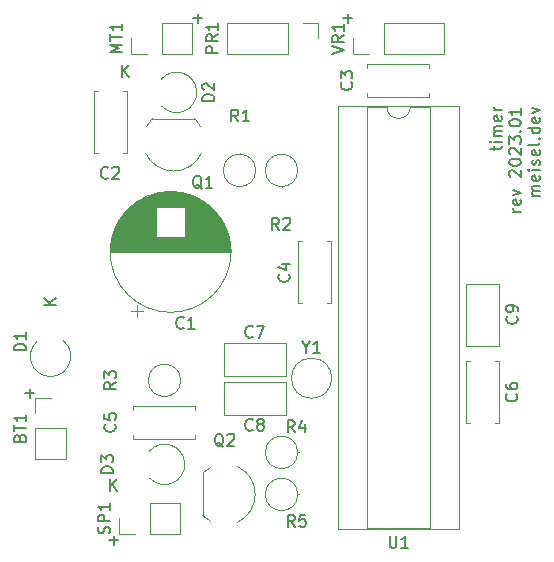
<source format=gto>
G04 #@! TF.GenerationSoftware,KiCad,Pcbnew,(6.0.10-0)*
G04 #@! TF.CreationDate,2023-01-23T21:40:21-08:00*
G04 #@! TF.ProjectId,timer,74696d65-722e-46b6-9963-61645f706362,rev?*
G04 #@! TF.SameCoordinates,Original*
G04 #@! TF.FileFunction,Legend,Top*
G04 #@! TF.FilePolarity,Positive*
%FSLAX46Y46*%
G04 Gerber Fmt 4.6, Leading zero omitted, Abs format (unit mm)*
G04 Created by KiCad (PCBNEW (6.0.10-0)) date 2023-01-23 21:40:21*
%MOMM*%
%LPD*%
G01*
G04 APERTURE LIST*
%ADD10C,0.150000*%
%ADD11C,0.200000*%
%ADD12C,0.120000*%
%ADD13C,3.000000*%
%ADD14R,1.600000X1.600000*%
%ADD15O,1.600000X1.600000*%
%ADD16C,1.000000*%
%ADD17C,1.600000*%
%ADD18R,2.200000X2.200000*%
%ADD19O,2.200000X2.200000*%
%ADD20R,1.700000X1.700000*%
%ADD21O,1.700000X1.700000*%
%ADD22R,2.000000X2.000000*%
%ADD23C,2.000000*%
%ADD24R,1.500000X1.500000*%
%ADD25C,1.500000*%
G04 APERTURE END LIST*
D10*
X150495047Y-70683428D02*
X151256952Y-70683428D01*
X150876000Y-71064380D02*
X150876000Y-70302476D01*
X130683047Y-114879428D02*
X131444952Y-114879428D01*
X131064000Y-115260380D02*
X131064000Y-114498476D01*
X137795047Y-70683428D02*
X138556952Y-70683428D01*
X138176000Y-71064380D02*
X138176000Y-70302476D01*
D11*
X163275717Y-81869897D02*
X163275717Y-81488945D01*
X162942385Y-81727040D02*
X163799526Y-81727040D01*
X163894764Y-81679421D01*
X163942383Y-81584183D01*
X163942383Y-81488945D01*
X163942383Y-81155612D02*
X163275717Y-81155612D01*
X162942385Y-81155612D02*
X162990004Y-81203231D01*
X163037622Y-81155612D01*
X162990004Y-81107994D01*
X162942385Y-81155612D01*
X163037622Y-81155612D01*
X163942383Y-80679423D02*
X163275717Y-80679423D01*
X163370955Y-80679423D02*
X163323336Y-80631804D01*
X163275717Y-80536566D01*
X163275717Y-80393709D01*
X163323336Y-80298471D01*
X163418574Y-80250852D01*
X163942383Y-80250852D01*
X163418574Y-80250852D02*
X163323336Y-80203233D01*
X163275717Y-80107996D01*
X163275717Y-79965139D01*
X163323336Y-79869901D01*
X163418574Y-79822282D01*
X163942383Y-79822282D01*
X163894764Y-78965141D02*
X163942383Y-79060379D01*
X163942383Y-79250854D01*
X163894764Y-79346092D01*
X163799526Y-79393711D01*
X163418574Y-79393711D01*
X163323336Y-79346092D01*
X163275717Y-79250854D01*
X163275717Y-79060379D01*
X163323336Y-78965141D01*
X163418574Y-78917522D01*
X163513812Y-78917522D01*
X163609050Y-79393711D01*
X163942383Y-78488951D02*
X163275717Y-78488951D01*
X163466193Y-78488951D02*
X163370955Y-78441332D01*
X163323336Y-78393713D01*
X163275717Y-78298475D01*
X163275717Y-78203237D01*
X165552380Y-87060363D02*
X164885714Y-87060363D01*
X165076190Y-87060363D02*
X164980952Y-87012744D01*
X164933333Y-86965125D01*
X164885714Y-86869887D01*
X164885714Y-86774649D01*
X165504761Y-86060365D02*
X165552380Y-86155602D01*
X165552380Y-86346078D01*
X165504761Y-86441316D01*
X165409523Y-86488935D01*
X165028571Y-86488935D01*
X164933333Y-86441316D01*
X164885714Y-86346078D01*
X164885714Y-86155602D01*
X164933333Y-86060365D01*
X165028571Y-86012746D01*
X165123809Y-86012746D01*
X165219047Y-86488935D01*
X164885714Y-85679413D02*
X165552380Y-85441318D01*
X164885714Y-85203223D01*
X164647619Y-84107988D02*
X164600001Y-84060369D01*
X164552382Y-83965131D01*
X164552382Y-83727036D01*
X164600001Y-83631798D01*
X164647619Y-83584179D01*
X164742857Y-83536560D01*
X164838095Y-83536560D01*
X164980952Y-83584179D01*
X165552380Y-84155606D01*
X165552380Y-83536560D01*
X164552382Y-82917514D02*
X164552382Y-82822276D01*
X164600001Y-82727038D01*
X164647619Y-82679419D01*
X164742857Y-82631800D01*
X164933333Y-82584181D01*
X165171428Y-82584181D01*
X165361904Y-82631800D01*
X165457142Y-82679419D01*
X165504761Y-82727038D01*
X165552380Y-82822276D01*
X165552380Y-82917514D01*
X165504761Y-83012752D01*
X165457142Y-83060371D01*
X165361904Y-83107990D01*
X165171428Y-83155608D01*
X164933333Y-83155608D01*
X164742857Y-83107990D01*
X164647619Y-83060371D01*
X164600001Y-83012752D01*
X164552382Y-82917514D01*
X164647619Y-82203229D02*
X164600001Y-82155610D01*
X164552382Y-82060373D01*
X164552382Y-81822278D01*
X164600001Y-81727040D01*
X164647619Y-81679421D01*
X164742857Y-81631802D01*
X164838095Y-81631802D01*
X164980952Y-81679421D01*
X165552380Y-82250848D01*
X165552380Y-81631802D01*
X164552382Y-81298469D02*
X164552382Y-80679423D01*
X164933333Y-81012756D01*
X164933333Y-80869899D01*
X164980952Y-80774661D01*
X165028571Y-80727042D01*
X165123809Y-80679423D01*
X165361904Y-80679423D01*
X165457142Y-80727042D01*
X165504761Y-80774661D01*
X165552380Y-80869899D01*
X165552380Y-81155612D01*
X165504761Y-81250850D01*
X165457142Y-81298469D01*
X165457142Y-80250852D02*
X165504761Y-80203233D01*
X165552380Y-80250852D01*
X165504761Y-80298471D01*
X165457142Y-80250852D01*
X165552380Y-80250852D01*
X164552382Y-79584187D02*
X164552382Y-79488949D01*
X164600001Y-79393711D01*
X164647619Y-79346092D01*
X164742857Y-79298473D01*
X164933333Y-79250854D01*
X165171428Y-79250854D01*
X165361904Y-79298473D01*
X165457142Y-79346092D01*
X165504761Y-79393711D01*
X165552380Y-79488949D01*
X165552380Y-79584187D01*
X165504761Y-79679425D01*
X165457142Y-79727044D01*
X165361904Y-79774663D01*
X165171428Y-79822282D01*
X164933333Y-79822282D01*
X164742857Y-79774663D01*
X164647619Y-79727044D01*
X164600001Y-79679425D01*
X164552382Y-79584187D01*
X165552380Y-78298475D02*
X165552380Y-78869903D01*
X165552380Y-78584189D02*
X164552382Y-78584189D01*
X164695238Y-78679427D01*
X164790476Y-78774665D01*
X164838095Y-78869903D01*
X167162377Y-85727032D02*
X166495711Y-85727032D01*
X166590949Y-85727032D02*
X166543330Y-85679413D01*
X166495711Y-85584175D01*
X166495711Y-85441318D01*
X166543330Y-85346080D01*
X166638568Y-85298461D01*
X167162377Y-85298461D01*
X166638568Y-85298461D02*
X166543330Y-85250842D01*
X166495711Y-85155604D01*
X166495711Y-85012748D01*
X166543330Y-84917510D01*
X166638568Y-84869891D01*
X167162377Y-84869891D01*
X167114758Y-84012750D02*
X167162377Y-84107988D01*
X167162377Y-84298463D01*
X167114758Y-84393701D01*
X167019520Y-84441320D01*
X166638568Y-84441320D01*
X166543330Y-84393701D01*
X166495711Y-84298463D01*
X166495711Y-84107988D01*
X166543330Y-84012750D01*
X166638568Y-83965131D01*
X166733806Y-83965131D01*
X166829044Y-84441320D01*
X167162377Y-83536560D02*
X166495711Y-83536560D01*
X166162379Y-83536560D02*
X166209998Y-83584179D01*
X166257616Y-83536560D01*
X166209998Y-83488941D01*
X166162379Y-83536560D01*
X166257616Y-83536560D01*
X167114758Y-83107990D02*
X167162377Y-83012752D01*
X167162377Y-82822276D01*
X167114758Y-82727038D01*
X167019520Y-82679419D01*
X166971901Y-82679419D01*
X166876663Y-82727038D01*
X166829044Y-82822276D01*
X166829044Y-82965133D01*
X166781425Y-83060371D01*
X166686187Y-83107990D01*
X166638568Y-83107990D01*
X166543330Y-83060371D01*
X166495711Y-82965133D01*
X166495711Y-82822276D01*
X166543330Y-82727038D01*
X167114758Y-81869897D02*
X167162377Y-81965135D01*
X167162377Y-82155610D01*
X167114758Y-82250848D01*
X167019520Y-82298467D01*
X166638568Y-82298467D01*
X166543330Y-82250848D01*
X166495711Y-82155610D01*
X166495711Y-81965135D01*
X166543330Y-81869897D01*
X166638568Y-81822278D01*
X166733806Y-81822278D01*
X166829044Y-82298467D01*
X167162377Y-81250850D02*
X167114758Y-81346088D01*
X167019520Y-81393707D01*
X166162379Y-81393707D01*
X167067139Y-80869899D02*
X167114758Y-80822280D01*
X167162377Y-80869899D01*
X167114758Y-80917518D01*
X167067139Y-80869899D01*
X167162377Y-80869899D01*
X167162377Y-79965139D02*
X166162379Y-79965139D01*
X167114758Y-79965139D02*
X167162377Y-80060377D01*
X167162377Y-80250852D01*
X167114758Y-80346090D01*
X167067139Y-80393709D01*
X166971901Y-80441328D01*
X166686187Y-80441328D01*
X166590949Y-80393709D01*
X166543330Y-80346090D01*
X166495711Y-80250852D01*
X166495711Y-80060377D01*
X166543330Y-79965139D01*
X167114758Y-79107998D02*
X167162377Y-79203235D01*
X167162377Y-79393711D01*
X167114758Y-79488949D01*
X167019520Y-79536568D01*
X166638568Y-79536568D01*
X166543330Y-79488949D01*
X166495711Y-79393711D01*
X166495711Y-79203235D01*
X166543330Y-79107998D01*
X166638568Y-79060379D01*
X166733806Y-79060379D01*
X166829044Y-79536568D01*
X166495711Y-78727046D02*
X167162377Y-78488951D01*
X166495711Y-78250856D01*
D10*
X123571047Y-102433428D02*
X124332952Y-102433428D01*
X123952000Y-102814380D02*
X123952000Y-102052476D01*
X154432095Y-114514380D02*
X154432095Y-115323904D01*
X154479714Y-115419142D01*
X154527333Y-115466761D01*
X154622571Y-115514380D01*
X154813047Y-115514380D01*
X154908285Y-115466761D01*
X154955904Y-115419142D01*
X155003523Y-115323904D01*
X155003523Y-114514380D01*
X156003523Y-115514380D02*
X155432095Y-115514380D01*
X155717809Y-115514380D02*
X155717809Y-114514380D01*
X155622571Y-114657238D01*
X155527333Y-114752476D01*
X155432095Y-114800095D01*
X147351809Y-98528190D02*
X147351809Y-99004380D01*
X147018476Y-98004380D02*
X147351809Y-98528190D01*
X147685142Y-98004380D01*
X148542285Y-99004380D02*
X147970857Y-99004380D01*
X148256571Y-99004380D02*
X148256571Y-98004380D01*
X148161333Y-98147238D01*
X148066095Y-98242476D01*
X147970857Y-98290095D01*
X145899142Y-92368666D02*
X145946761Y-92416285D01*
X145994380Y-92559142D01*
X145994380Y-92654380D01*
X145946761Y-92797238D01*
X145851523Y-92892476D01*
X145756285Y-92940095D01*
X145565809Y-92987714D01*
X145422952Y-92987714D01*
X145232476Y-92940095D01*
X145137238Y-92892476D01*
X145042000Y-92797238D01*
X144994380Y-92654380D01*
X144994380Y-92559142D01*
X145042000Y-92416285D01*
X145089619Y-92368666D01*
X145327714Y-91511523D02*
X145994380Y-91511523D01*
X144946761Y-91749619D02*
X145661047Y-91987714D01*
X145661047Y-91368666D01*
X165163142Y-102488666D02*
X165210761Y-102536285D01*
X165258380Y-102679142D01*
X165258380Y-102774380D01*
X165210761Y-102917238D01*
X165115523Y-103012476D01*
X165020285Y-103060095D01*
X164829809Y-103107714D01*
X164686952Y-103107714D01*
X164496476Y-103060095D01*
X164401238Y-103012476D01*
X164306000Y-102917238D01*
X164258380Y-102774380D01*
X164258380Y-102679142D01*
X164306000Y-102536285D01*
X164353619Y-102488666D01*
X164258380Y-101631523D02*
X164258380Y-101822000D01*
X164306000Y-101917238D01*
X164353619Y-101964857D01*
X164496476Y-102060095D01*
X164686952Y-102107714D01*
X165067904Y-102107714D01*
X165163142Y-102060095D01*
X165210761Y-102012476D01*
X165258380Y-101917238D01*
X165258380Y-101726761D01*
X165210761Y-101631523D01*
X165163142Y-101583904D01*
X165067904Y-101536285D01*
X164829809Y-101536285D01*
X164734571Y-101583904D01*
X164686952Y-101631523D01*
X164639333Y-101726761D01*
X164639333Y-101917238D01*
X164686952Y-102012476D01*
X164734571Y-102060095D01*
X164829809Y-102107714D01*
X130587567Y-84177142D02*
X130539948Y-84224761D01*
X130397091Y-84272380D01*
X130301853Y-84272380D01*
X130158995Y-84224761D01*
X130063757Y-84129523D01*
X130016138Y-84034285D01*
X129968519Y-83843809D01*
X129968519Y-83700952D01*
X130016138Y-83510476D01*
X130063757Y-83415238D01*
X130158995Y-83320000D01*
X130301853Y-83272380D01*
X130397091Y-83272380D01*
X130539948Y-83320000D01*
X130587567Y-83367619D01*
X130968519Y-83367619D02*
X131016138Y-83320000D01*
X131111376Y-83272380D01*
X131349472Y-83272380D01*
X131444710Y-83320000D01*
X131492329Y-83367619D01*
X131539948Y-83462857D01*
X131539948Y-83558095D01*
X131492329Y-83700952D01*
X130920900Y-84272380D01*
X131539948Y-84272380D01*
X131167142Y-105068666D02*
X131214761Y-105116285D01*
X131262380Y-105259142D01*
X131262380Y-105354380D01*
X131214761Y-105497238D01*
X131119523Y-105592476D01*
X131024285Y-105640095D01*
X130833809Y-105687714D01*
X130690952Y-105687714D01*
X130500476Y-105640095D01*
X130405238Y-105592476D01*
X130310000Y-105497238D01*
X130262380Y-105354380D01*
X130262380Y-105259142D01*
X130310000Y-105116285D01*
X130357619Y-105068666D01*
X130262380Y-104163904D02*
X130262380Y-104640095D01*
X130738571Y-104687714D01*
X130690952Y-104640095D01*
X130643333Y-104544857D01*
X130643333Y-104306761D01*
X130690952Y-104211523D01*
X130738571Y-104163904D01*
X130833809Y-104116285D01*
X131071904Y-104116285D01*
X131167142Y-104163904D01*
X131214761Y-104211523D01*
X131262380Y-104306761D01*
X131262380Y-104544857D01*
X131214761Y-104640095D01*
X131167142Y-104687714D01*
X165203142Y-95924666D02*
X165250761Y-95972285D01*
X165298380Y-96115142D01*
X165298380Y-96210380D01*
X165250761Y-96353238D01*
X165155523Y-96448476D01*
X165060285Y-96496095D01*
X164869809Y-96543714D01*
X164726952Y-96543714D01*
X164536476Y-96496095D01*
X164441238Y-96448476D01*
X164346000Y-96353238D01*
X164298380Y-96210380D01*
X164298380Y-96115142D01*
X164346000Y-95972285D01*
X164393619Y-95924666D01*
X165298380Y-95448476D02*
X165298380Y-95258000D01*
X165250761Y-95162761D01*
X165203142Y-95115142D01*
X165060285Y-95019904D01*
X164869809Y-94972285D01*
X164488857Y-94972285D01*
X164393619Y-95019904D01*
X164346000Y-95067523D01*
X164298380Y-95162761D01*
X164298380Y-95353238D01*
X164346000Y-95448476D01*
X164393619Y-95496095D01*
X164488857Y-95543714D01*
X164726952Y-95543714D01*
X164822190Y-95496095D01*
X164869809Y-95448476D01*
X164917428Y-95353238D01*
X164917428Y-95162761D01*
X164869809Y-95067523D01*
X164822190Y-95019904D01*
X164726952Y-94972285D01*
X142835333Y-105513142D02*
X142787714Y-105560761D01*
X142644857Y-105608380D01*
X142549619Y-105608380D01*
X142406761Y-105560761D01*
X142311523Y-105465523D01*
X142263904Y-105370285D01*
X142216285Y-105179809D01*
X142216285Y-105036952D01*
X142263904Y-104846476D01*
X142311523Y-104751238D01*
X142406761Y-104656000D01*
X142549619Y-104608380D01*
X142644857Y-104608380D01*
X142787714Y-104656000D01*
X142835333Y-104703619D01*
X143406761Y-105036952D02*
X143311523Y-104989333D01*
X143263904Y-104941714D01*
X143216285Y-104846476D01*
X143216285Y-104798857D01*
X143263904Y-104703619D01*
X143311523Y-104656000D01*
X143406761Y-104608380D01*
X143597238Y-104608380D01*
X143692476Y-104656000D01*
X143740095Y-104703619D01*
X143787714Y-104798857D01*
X143787714Y-104846476D01*
X143740095Y-104941714D01*
X143692476Y-104989333D01*
X143597238Y-105036952D01*
X143406761Y-105036952D01*
X143311523Y-105084571D01*
X143263904Y-105132190D01*
X143216285Y-105227428D01*
X143216285Y-105417904D01*
X143263904Y-105513142D01*
X143311523Y-105560761D01*
X143406761Y-105608380D01*
X143597238Y-105608380D01*
X143692476Y-105560761D01*
X143740095Y-105513142D01*
X143787714Y-105417904D01*
X143787714Y-105227428D01*
X143740095Y-105132190D01*
X143692476Y-105084571D01*
X143597238Y-105036952D01*
X142835333Y-97639142D02*
X142787714Y-97686761D01*
X142644857Y-97734380D01*
X142549619Y-97734380D01*
X142406761Y-97686761D01*
X142311523Y-97591523D01*
X142263904Y-97496285D01*
X142216285Y-97305809D01*
X142216285Y-97162952D01*
X142263904Y-96972476D01*
X142311523Y-96877238D01*
X142406761Y-96782000D01*
X142549619Y-96734380D01*
X142644857Y-96734380D01*
X142787714Y-96782000D01*
X142835333Y-96829619D01*
X143168666Y-96734380D02*
X143835333Y-96734380D01*
X143406761Y-97734380D01*
X139588614Y-77700095D02*
X138588614Y-77700095D01*
X138588614Y-77462000D01*
X138636234Y-77319142D01*
X138731472Y-77223904D01*
X138826710Y-77176285D01*
X139017186Y-77128666D01*
X139160043Y-77128666D01*
X139350519Y-77176285D01*
X139445757Y-77223904D01*
X139540995Y-77319142D01*
X139588614Y-77462000D01*
X139588614Y-77700095D01*
X138683853Y-76747714D02*
X138636234Y-76700095D01*
X138588614Y-76604857D01*
X138588614Y-76366761D01*
X138636234Y-76271523D01*
X138683853Y-76223904D01*
X138779091Y-76176285D01*
X138874329Y-76176285D01*
X139017186Y-76223904D01*
X139588614Y-76795333D01*
X139588614Y-76176285D01*
X131762329Y-75636380D02*
X131762329Y-74636380D01*
X132333757Y-75636380D02*
X131905186Y-75064952D01*
X132333757Y-74636380D02*
X131762329Y-75207809D01*
X131008380Y-109196095D02*
X130008380Y-109196095D01*
X130008380Y-108958000D01*
X130056000Y-108815142D01*
X130151238Y-108719904D01*
X130246476Y-108672285D01*
X130436952Y-108624666D01*
X130579809Y-108624666D01*
X130770285Y-108672285D01*
X130865523Y-108719904D01*
X130960761Y-108815142D01*
X131008380Y-108958000D01*
X131008380Y-109196095D01*
X130008380Y-108291333D02*
X130008380Y-107672285D01*
X130389333Y-108005619D01*
X130389333Y-107862761D01*
X130436952Y-107767523D01*
X130484571Y-107719904D01*
X130579809Y-107672285D01*
X130817904Y-107672285D01*
X130913142Y-107719904D01*
X130960761Y-107767523D01*
X131008380Y-107862761D01*
X131008380Y-108148476D01*
X130960761Y-108243714D01*
X130913142Y-108291333D01*
X130802095Y-110688380D02*
X130802095Y-109688380D01*
X131373523Y-110688380D02*
X130944952Y-110116952D01*
X131373523Y-109688380D02*
X130802095Y-110259809D01*
X131770380Y-73580476D02*
X130770380Y-73580476D01*
X131484666Y-73247142D01*
X130770380Y-72913809D01*
X131770380Y-72913809D01*
X130770380Y-72580476D02*
X130770380Y-72009047D01*
X131770380Y-72294761D02*
X130770380Y-72294761D01*
X131770380Y-71151904D02*
X131770380Y-71723333D01*
X131770380Y-71437619D02*
X130770380Y-71437619D01*
X130913238Y-71532857D01*
X131008476Y-71628095D01*
X131056095Y-71723333D01*
X139898380Y-73628095D02*
X138898380Y-73628095D01*
X138898380Y-73247142D01*
X138946000Y-73151904D01*
X138993619Y-73104285D01*
X139088857Y-73056666D01*
X139231714Y-73056666D01*
X139326952Y-73104285D01*
X139374571Y-73151904D01*
X139422190Y-73247142D01*
X139422190Y-73628095D01*
X139898380Y-72056666D02*
X139422190Y-72390000D01*
X139898380Y-72628095D02*
X138898380Y-72628095D01*
X138898380Y-72247142D01*
X138946000Y-72151904D01*
X138993619Y-72104285D01*
X139088857Y-72056666D01*
X139231714Y-72056666D01*
X139326952Y-72104285D01*
X139374571Y-72151904D01*
X139422190Y-72247142D01*
X139422190Y-72628095D01*
X139898380Y-71104285D02*
X139898380Y-71675714D01*
X139898380Y-71390000D02*
X138898380Y-71390000D01*
X139041238Y-71485238D01*
X139136476Y-71580476D01*
X139184095Y-71675714D01*
X145065567Y-88590380D02*
X144732234Y-88114190D01*
X144494138Y-88590380D02*
X144494138Y-87590380D01*
X144875091Y-87590380D01*
X144970329Y-87638000D01*
X145017948Y-87685619D01*
X145065567Y-87780857D01*
X145065567Y-87923714D01*
X145017948Y-88018952D01*
X144970329Y-88066571D01*
X144875091Y-88114190D01*
X144494138Y-88114190D01*
X145446519Y-87685619D02*
X145494138Y-87638000D01*
X145589376Y-87590380D01*
X145827472Y-87590380D01*
X145922710Y-87638000D01*
X145970329Y-87685619D01*
X146017948Y-87780857D01*
X146017948Y-87876095D01*
X145970329Y-88018952D01*
X145398900Y-88590380D01*
X146017948Y-88590380D01*
X146391333Y-113736380D02*
X146058000Y-113260190D01*
X145819904Y-113736380D02*
X145819904Y-112736380D01*
X146200857Y-112736380D01*
X146296095Y-112784000D01*
X146343714Y-112831619D01*
X146391333Y-112926857D01*
X146391333Y-113069714D01*
X146343714Y-113164952D01*
X146296095Y-113212571D01*
X146200857Y-113260190D01*
X145819904Y-113260190D01*
X147296095Y-112736380D02*
X146819904Y-112736380D01*
X146772285Y-113212571D01*
X146819904Y-113164952D01*
X146915142Y-113117333D01*
X147153238Y-113117333D01*
X147248476Y-113164952D01*
X147296095Y-113212571D01*
X147343714Y-113307809D01*
X147343714Y-113545904D01*
X147296095Y-113641142D01*
X147248476Y-113688761D01*
X147153238Y-113736380D01*
X146915142Y-113736380D01*
X146819904Y-113688761D01*
X146772285Y-113641142D01*
X130706761Y-114291904D02*
X130754380Y-114149047D01*
X130754380Y-113910952D01*
X130706761Y-113815714D01*
X130659142Y-113768095D01*
X130563904Y-113720476D01*
X130468666Y-113720476D01*
X130373428Y-113768095D01*
X130325809Y-113815714D01*
X130278190Y-113910952D01*
X130230571Y-114101428D01*
X130182952Y-114196666D01*
X130135333Y-114244285D01*
X130040095Y-114291904D01*
X129944857Y-114291904D01*
X129849619Y-114244285D01*
X129802000Y-114196666D01*
X129754380Y-114101428D01*
X129754380Y-113863333D01*
X129802000Y-113720476D01*
X130754380Y-113291904D02*
X129754380Y-113291904D01*
X129754380Y-112910952D01*
X129802000Y-112815714D01*
X129849619Y-112768095D01*
X129944857Y-112720476D01*
X130087714Y-112720476D01*
X130182952Y-112768095D01*
X130230571Y-112815714D01*
X130278190Y-112910952D01*
X130278190Y-113291904D01*
X130754380Y-111768095D02*
X130754380Y-112339523D01*
X130754380Y-112053809D02*
X129754380Y-112053809D01*
X129897238Y-112149047D01*
X129992476Y-112244285D01*
X130040095Y-112339523D01*
X149566380Y-73699523D02*
X150566380Y-73366190D01*
X149566380Y-73032857D01*
X150566380Y-72128095D02*
X150090190Y-72461428D01*
X150566380Y-72699523D02*
X149566380Y-72699523D01*
X149566380Y-72318571D01*
X149614000Y-72223333D01*
X149661619Y-72175714D01*
X149756857Y-72128095D01*
X149899714Y-72128095D01*
X149994952Y-72175714D01*
X150042571Y-72223333D01*
X150090190Y-72318571D01*
X150090190Y-72699523D01*
X150566380Y-71175714D02*
X150566380Y-71747142D01*
X150566380Y-71461428D02*
X149566380Y-71461428D01*
X149709238Y-71556666D01*
X149804476Y-71651904D01*
X149852095Y-71747142D01*
X123118571Y-106195714D02*
X123166190Y-106052857D01*
X123213809Y-106005238D01*
X123309047Y-105957619D01*
X123451904Y-105957619D01*
X123547142Y-106005238D01*
X123594761Y-106052857D01*
X123642380Y-106148095D01*
X123642380Y-106529047D01*
X122642380Y-106529047D01*
X122642380Y-106195714D01*
X122690000Y-106100476D01*
X122737619Y-106052857D01*
X122832857Y-106005238D01*
X122928095Y-106005238D01*
X123023333Y-106052857D01*
X123070952Y-106100476D01*
X123118571Y-106195714D01*
X123118571Y-106529047D01*
X122642380Y-105671904D02*
X122642380Y-105100476D01*
X123642380Y-105386190D02*
X122642380Y-105386190D01*
X123642380Y-104243333D02*
X123642380Y-104814761D01*
X123642380Y-104529047D02*
X122642380Y-104529047D01*
X122785238Y-104624285D01*
X122880476Y-104719523D01*
X122928095Y-104814761D01*
X136993333Y-96877142D02*
X136945714Y-96924761D01*
X136802857Y-96972380D01*
X136707619Y-96972380D01*
X136564761Y-96924761D01*
X136469523Y-96829523D01*
X136421904Y-96734285D01*
X136374285Y-96543809D01*
X136374285Y-96400952D01*
X136421904Y-96210476D01*
X136469523Y-96115238D01*
X136564761Y-96020000D01*
X136707619Y-95972380D01*
X136802857Y-95972380D01*
X136945714Y-96020000D01*
X136993333Y-96067619D01*
X137945714Y-96972380D02*
X137374285Y-96972380D01*
X137660000Y-96972380D02*
X137660000Y-95972380D01*
X137564761Y-96115238D01*
X137469523Y-96210476D01*
X137374285Y-96258095D01*
X138532995Y-85129619D02*
X138437757Y-85082000D01*
X138342519Y-84986761D01*
X138199662Y-84843904D01*
X138104424Y-84796285D01*
X138009186Y-84796285D01*
X138056805Y-85034380D02*
X137961567Y-84986761D01*
X137866329Y-84891523D01*
X137818710Y-84701047D01*
X137818710Y-84367714D01*
X137866329Y-84177238D01*
X137961567Y-84082000D01*
X138056805Y-84034380D01*
X138247281Y-84034380D01*
X138342519Y-84082000D01*
X138437757Y-84177238D01*
X138485376Y-84367714D01*
X138485376Y-84701047D01*
X138437757Y-84891523D01*
X138342519Y-84986761D01*
X138247281Y-85034380D01*
X138056805Y-85034380D01*
X139437757Y-85034380D02*
X138866329Y-85034380D01*
X139152043Y-85034380D02*
X139152043Y-84034380D01*
X139056805Y-84177238D01*
X138961567Y-84272476D01*
X138866329Y-84320095D01*
X140366761Y-106973619D02*
X140271523Y-106926000D01*
X140176285Y-106830761D01*
X140033428Y-106687904D01*
X139938190Y-106640285D01*
X139842952Y-106640285D01*
X139890571Y-106878380D02*
X139795333Y-106830761D01*
X139700095Y-106735523D01*
X139652476Y-106545047D01*
X139652476Y-106211714D01*
X139700095Y-106021238D01*
X139795333Y-105926000D01*
X139890571Y-105878380D01*
X140081047Y-105878380D01*
X140176285Y-105926000D01*
X140271523Y-106021238D01*
X140319142Y-106211714D01*
X140319142Y-106545047D01*
X140271523Y-106735523D01*
X140176285Y-106830761D01*
X140081047Y-106878380D01*
X139890571Y-106878380D01*
X140700095Y-105973619D02*
X140747714Y-105926000D01*
X140842952Y-105878380D01*
X141081047Y-105878380D01*
X141176285Y-105926000D01*
X141223904Y-105973619D01*
X141271523Y-106068857D01*
X141271523Y-106164095D01*
X141223904Y-106306952D01*
X140652476Y-106878380D01*
X141271523Y-106878380D01*
X146391333Y-105735380D02*
X146058000Y-105259190D01*
X145819904Y-105735380D02*
X145819904Y-104735380D01*
X146200857Y-104735380D01*
X146296095Y-104783000D01*
X146343714Y-104830619D01*
X146391333Y-104925857D01*
X146391333Y-105068714D01*
X146343714Y-105163952D01*
X146296095Y-105211571D01*
X146200857Y-105259190D01*
X145819904Y-105259190D01*
X147248476Y-105068714D02*
X147248476Y-105735380D01*
X147010380Y-104687761D02*
X146772285Y-105402047D01*
X147391333Y-105402047D01*
X151193142Y-76112666D02*
X151240761Y-76160285D01*
X151288380Y-76303142D01*
X151288380Y-76398380D01*
X151240761Y-76541238D01*
X151145523Y-76636476D01*
X151050285Y-76684095D01*
X150859809Y-76731714D01*
X150716952Y-76731714D01*
X150526476Y-76684095D01*
X150431238Y-76636476D01*
X150336000Y-76541238D01*
X150288380Y-76398380D01*
X150288380Y-76303142D01*
X150336000Y-76160285D01*
X150383619Y-76112666D01*
X150288380Y-75779333D02*
X150288380Y-75160285D01*
X150669333Y-75493619D01*
X150669333Y-75350761D01*
X150716952Y-75255523D01*
X150764571Y-75207904D01*
X150859809Y-75160285D01*
X151097904Y-75160285D01*
X151193142Y-75207904D01*
X151240761Y-75255523D01*
X151288380Y-75350761D01*
X151288380Y-75636476D01*
X151240761Y-75731714D01*
X151193142Y-75779333D01*
X131262380Y-101512666D02*
X130786190Y-101846000D01*
X131262380Y-102084095D02*
X130262380Y-102084095D01*
X130262380Y-101703142D01*
X130310000Y-101607904D01*
X130357619Y-101560285D01*
X130452857Y-101512666D01*
X130595714Y-101512666D01*
X130690952Y-101560285D01*
X130738571Y-101607904D01*
X130786190Y-101703142D01*
X130786190Y-102084095D01*
X130262380Y-101179333D02*
X130262380Y-100560285D01*
X130643333Y-100893619D01*
X130643333Y-100750761D01*
X130690952Y-100655523D01*
X130738571Y-100607904D01*
X130833809Y-100560285D01*
X131071904Y-100560285D01*
X131167142Y-100607904D01*
X131214761Y-100655523D01*
X131262380Y-100750761D01*
X131262380Y-101036476D01*
X131214761Y-101131714D01*
X131167142Y-101179333D01*
X141621099Y-79417380D02*
X141287766Y-78941190D01*
X141049670Y-79417380D02*
X141049670Y-78417380D01*
X141430623Y-78417380D01*
X141525861Y-78465000D01*
X141573480Y-78512619D01*
X141621099Y-78607857D01*
X141621099Y-78750714D01*
X141573480Y-78845952D01*
X141525861Y-78893571D01*
X141430623Y-78941190D01*
X141049670Y-78941190D01*
X142573480Y-79417380D02*
X142002051Y-79417380D01*
X142287766Y-79417380D02*
X142287766Y-78417380D01*
X142192527Y-78560238D01*
X142097289Y-78655476D01*
X142002051Y-78703095D01*
X123642380Y-98800544D02*
X122642380Y-98800544D01*
X122642380Y-98562449D01*
X122690000Y-98419591D01*
X122785238Y-98324353D01*
X122880476Y-98276734D01*
X123070952Y-98229115D01*
X123213809Y-98229115D01*
X123404285Y-98276734D01*
X123499523Y-98324353D01*
X123594761Y-98419591D01*
X123642380Y-98562449D01*
X123642380Y-98800544D01*
X123642380Y-97276734D02*
X123642380Y-97848163D01*
X123642380Y-97562449D02*
X122642380Y-97562449D01*
X122785238Y-97657687D01*
X122880476Y-97752925D01*
X122928095Y-97848163D01*
X126182380Y-94935904D02*
X125182380Y-94935904D01*
X126182380Y-94364476D02*
X125610952Y-94793047D01*
X125182380Y-94364476D02*
X125753809Y-94935904D01*
D12*
X160334000Y-113912000D02*
X160334000Y-78112000D01*
X152544000Y-78172000D02*
X152544000Y-113852000D01*
X157844000Y-113852000D02*
X157844000Y-78172000D01*
X150054000Y-78112000D02*
X150054000Y-113912000D01*
X152544000Y-113852000D02*
X157844000Y-113852000D01*
X154194000Y-78172000D02*
X152544000Y-78172000D01*
X160334000Y-78112000D02*
X150054000Y-78112000D01*
X157844000Y-78172000D02*
X156194000Y-78172000D01*
X150054000Y-113912000D02*
X160334000Y-113912000D01*
X154194000Y-78172000D02*
G75*
G03*
X156194000Y-78172000I1000000J0D01*
G01*
X147828000Y-99458000D02*
G75*
G03*
X147828000Y-102858000I0J-1700000D01*
G01*
X147828000Y-102858000D02*
G75*
G03*
X147828000Y-99458000I0J1700000D01*
G01*
X149452000Y-94822000D02*
X149452000Y-89582000D01*
X149137000Y-89582000D02*
X149452000Y-89582000D01*
X149137000Y-94822000D02*
X149452000Y-94822000D01*
X146712000Y-94822000D02*
X146712000Y-89582000D01*
X146712000Y-94822000D02*
X147027000Y-94822000D01*
X146712000Y-89582000D02*
X147027000Y-89582000D01*
X163676000Y-99702000D02*
X163676000Y-104942000D01*
X163676000Y-104942000D02*
X163361000Y-104942000D01*
X163676000Y-99702000D02*
X163361000Y-99702000D01*
X160936000Y-99702000D02*
X160936000Y-104942000D01*
X161251000Y-99702000D02*
X160936000Y-99702000D01*
X161251000Y-104942000D02*
X160936000Y-104942000D01*
X132180000Y-82082000D02*
X131865000Y-82082000D01*
X132180000Y-76842000D02*
X132180000Y-82082000D01*
X129440000Y-76842000D02*
X129440000Y-82082000D01*
X129755000Y-82082000D02*
X129440000Y-82082000D01*
X129755000Y-76842000D02*
X129440000Y-76842000D01*
X132180000Y-76842000D02*
X131865000Y-76842000D01*
X132722000Y-106272000D02*
X137962000Y-106272000D01*
X132722000Y-103532000D02*
X137962000Y-103532000D01*
X132722000Y-105957000D02*
X132722000Y-106272000D01*
X137962000Y-105957000D02*
X137962000Y-106272000D01*
X137962000Y-103532000D02*
X137962000Y-103847000D01*
X132722000Y-103532000D02*
X132722000Y-103847000D01*
X160936000Y-93158000D02*
X163676000Y-93158000D01*
X160936000Y-98398000D02*
X160936000Y-93158000D01*
X160936000Y-98398000D02*
X163676000Y-98398000D01*
X163676000Y-98398000D02*
X163676000Y-93158000D01*
X145642000Y-104240000D02*
X140402000Y-104240000D01*
X145642000Y-101500000D02*
X140402000Y-101500000D01*
X145642000Y-104240000D02*
X145642000Y-101500000D01*
X140402000Y-104240000D02*
X140402000Y-101500000D01*
X145642000Y-100938000D02*
X145642000Y-98198000D01*
X145642000Y-100938000D02*
X140402000Y-100938000D01*
X140402000Y-100938000D02*
X140402000Y-98198000D01*
X145642000Y-98198000D02*
X140402000Y-98198000D01*
X135146449Y-78129366D02*
G75*
G03*
X135086847Y-75862000I1251551J1167366D01*
G01*
X134130449Y-109625366D02*
G75*
G03*
X134070847Y-107358000I1251551J1167366D01*
G01*
X132528000Y-73720000D02*
X132528000Y-72390000D01*
X133858000Y-73720000D02*
X132528000Y-73720000D01*
X135128000Y-73720000D02*
X135128000Y-71060000D01*
X135128000Y-71060000D02*
X137728000Y-71060000D01*
X137728000Y-73720000D02*
X137728000Y-71060000D01*
X135128000Y-73720000D02*
X137728000Y-73720000D01*
X140656000Y-71060000D02*
X140656000Y-73720000D01*
X145796000Y-73720000D02*
X140656000Y-73720000D01*
X148396000Y-71060000D02*
X148396000Y-72390000D01*
X147066000Y-71060000D02*
X148396000Y-71060000D01*
X145796000Y-71060000D02*
X140656000Y-71060000D01*
X145796000Y-71060000D02*
X145796000Y-73720000D01*
X145288000Y-84936000D02*
X145288000Y-85006000D01*
X146658000Y-83566000D02*
G75*
G03*
X146658000Y-83566000I-1370000J0D01*
G01*
X146658000Y-110998000D02*
X146728000Y-110998000D01*
X146658000Y-110998000D02*
G75*
G03*
X146658000Y-110998000I-1370000J0D01*
G01*
X132842000Y-114360000D02*
X131512000Y-114360000D01*
X134112000Y-114360000D02*
X134112000Y-111700000D01*
X134112000Y-111700000D02*
X136712000Y-111700000D01*
X131512000Y-114360000D02*
X131512000Y-113030000D01*
X134112000Y-114360000D02*
X136712000Y-114360000D01*
X136712000Y-114360000D02*
X136712000Y-111700000D01*
X153924000Y-73720000D02*
X153924000Y-71060000D01*
X152654000Y-73720000D02*
X151324000Y-73720000D01*
X159064000Y-73720000D02*
X159064000Y-71060000D01*
X151324000Y-73720000D02*
X151324000Y-72390000D01*
X153924000Y-71060000D02*
X159064000Y-71060000D01*
X153924000Y-73720000D02*
X159064000Y-73720000D01*
X124400000Y-108010000D02*
X127060000Y-108010000D01*
X124400000Y-105410000D02*
X127060000Y-105410000D01*
X124400000Y-104140000D02*
X124400000Y-102810000D01*
X124400000Y-105410000D02*
X124400000Y-108010000D01*
X124400000Y-102810000D02*
X125730000Y-102810000D01*
X127060000Y-105410000D02*
X127060000Y-108010000D01*
X133601000Y-85903000D02*
X138179000Y-85903000D01*
X132174000Y-86983000D02*
X134649000Y-86983000D01*
X130900000Y-89503000D02*
X140880000Y-89503000D01*
X137131000Y-87783000D02*
X140213000Y-87783000D01*
X137131000Y-88543000D02*
X140597000Y-88543000D01*
X130934000Y-89343000D02*
X140846000Y-89343000D01*
X137131000Y-87463000D02*
X140000000Y-87463000D01*
X133380000Y-86023000D02*
X138400000Y-86023000D01*
X135028000Y-85423000D02*
X136752000Y-85423000D01*
X137131000Y-89023000D02*
X140764000Y-89023000D01*
X132784000Y-86423000D02*
X138996000Y-86423000D01*
X137131000Y-88183000D02*
X140435000Y-88183000D01*
X132412000Y-86743000D02*
X134649000Y-86743000D01*
X131543000Y-87823000D02*
X134649000Y-87823000D01*
X131643000Y-87663000D02*
X134649000Y-87663000D01*
X137131000Y-86983000D02*
X139606000Y-86983000D01*
X137131000Y-86823000D02*
X139451000Y-86823000D01*
X134260000Y-85623000D02*
X137520000Y-85623000D01*
X132498000Y-86663000D02*
X139282000Y-86663000D01*
X137131000Y-88743000D02*
X140673000Y-88743000D01*
X137131000Y-89143000D02*
X140797000Y-89143000D01*
X133001000Y-86263000D02*
X138779000Y-86263000D01*
X131998000Y-87183000D02*
X134649000Y-87183000D01*
X137131000Y-87103000D02*
X139714000Y-87103000D01*
X131870000Y-87343000D02*
X134649000Y-87343000D01*
X131122000Y-88703000D02*
X134649000Y-88703000D01*
X133245000Y-86103000D02*
X138535000Y-86103000D01*
X133681000Y-85863000D02*
X138099000Y-85863000D01*
X132684000Y-86503000D02*
X139096000Y-86503000D01*
X137131000Y-87823000D02*
X140237000Y-87823000D01*
X137131000Y-86903000D02*
X139530000Y-86903000D01*
X131136000Y-88663000D02*
X134649000Y-88663000D01*
X130993000Y-89103000D02*
X134649000Y-89103000D01*
X130866000Y-89703000D02*
X140914000Y-89703000D01*
X133946000Y-85743000D02*
X137834000Y-85743000D01*
X137131000Y-88143000D02*
X140415000Y-88143000D01*
X130825000Y-90064000D02*
X140955000Y-90064000D01*
X131386000Y-88103000D02*
X134649000Y-88103000D01*
X130943000Y-89303000D02*
X140837000Y-89303000D01*
X137131000Y-88063000D02*
X140373000Y-88063000D01*
X137131000Y-88863000D02*
X140714000Y-88863000D01*
X131183000Y-88543000D02*
X134649000Y-88543000D01*
X131016000Y-89023000D02*
X134649000Y-89023000D01*
X132370000Y-86783000D02*
X134649000Y-86783000D01*
X130813000Y-90264000D02*
X140967000Y-90264000D01*
X137131000Y-87303000D02*
X139879000Y-87303000D01*
X130972000Y-89183000D02*
X134649000Y-89183000D01*
X131407000Y-88063000D02*
X134649000Y-88063000D01*
X131495000Y-87903000D02*
X134649000Y-87903000D01*
X137131000Y-87983000D02*
X140330000Y-87983000D01*
X130822000Y-90104000D02*
X140958000Y-90104000D01*
X130836000Y-89944000D02*
X140944000Y-89944000D01*
X137131000Y-87223000D02*
X139815000Y-87223000D01*
X131066000Y-88863000D02*
X134649000Y-88863000D01*
X131752000Y-87503000D02*
X134649000Y-87503000D01*
X131306000Y-88263000D02*
X134649000Y-88263000D01*
X137131000Y-87583000D02*
X140084000Y-87583000D01*
X137131000Y-88103000D02*
X140394000Y-88103000D01*
X137131000Y-89183000D02*
X140808000Y-89183000D01*
X131079000Y-88823000D02*
X134649000Y-88823000D01*
X137131000Y-87383000D02*
X139940000Y-87383000D01*
X130916000Y-89423000D02*
X140864000Y-89423000D01*
X130810000Y-90424000D02*
X140970000Y-90424000D01*
X130879000Y-89623000D02*
X140901000Y-89623000D01*
X137131000Y-89103000D02*
X140787000Y-89103000D01*
X131901000Y-87303000D02*
X134649000Y-87303000D01*
X133181000Y-86143000D02*
X138599000Y-86143000D01*
X137131000Y-87063000D02*
X139679000Y-87063000D01*
X131251000Y-88383000D02*
X134649000Y-88383000D01*
X137131000Y-88343000D02*
X140511000Y-88343000D01*
X131724000Y-87543000D02*
X134649000Y-87543000D01*
X130872000Y-89663000D02*
X140908000Y-89663000D01*
X137131000Y-88263000D02*
X140474000Y-88263000D01*
X137131000Y-88943000D02*
X140740000Y-88943000D01*
X130832000Y-89984000D02*
X140948000Y-89984000D01*
X131167000Y-88583000D02*
X134649000Y-88583000D01*
X137131000Y-87663000D02*
X140137000Y-87663000D01*
X130962000Y-89223000D02*
X140818000Y-89223000D01*
X137131000Y-88823000D02*
X140701000Y-88823000D01*
X132454000Y-86703000D02*
X139326000Y-86703000D01*
X131152000Y-88623000D02*
X134649000Y-88623000D01*
X130860000Y-89743000D02*
X140920000Y-89743000D01*
X130850000Y-89824000D02*
X140930000Y-89824000D01*
X137131000Y-87943000D02*
X140307000Y-87943000D01*
X134148000Y-85663000D02*
X137632000Y-85663000D01*
X130828000Y-90024000D02*
X140952000Y-90024000D01*
X137131000Y-88463000D02*
X140564000Y-88463000D01*
X132636000Y-86543000D02*
X139144000Y-86543000D01*
X131519000Y-87863000D02*
X134649000Y-87863000D01*
X131450000Y-87983000D02*
X134649000Y-87983000D01*
X137131000Y-86943000D02*
X139569000Y-86943000D01*
X132211000Y-86943000D02*
X134649000Y-86943000D01*
X132137000Y-87023000D02*
X134649000Y-87023000D01*
X137131000Y-88703000D02*
X140658000Y-88703000D01*
X132250000Y-86903000D02*
X134649000Y-86903000D01*
X137131000Y-88783000D02*
X140687000Y-88783000D01*
X131473000Y-87943000D02*
X134649000Y-87943000D01*
X131269000Y-88343000D02*
X134649000Y-88343000D01*
X131780000Y-87463000D02*
X134649000Y-87463000D01*
X131617000Y-87703000D02*
X134649000Y-87703000D01*
X131345000Y-88183000D02*
X134649000Y-88183000D01*
X131840000Y-87383000D02*
X134649000Y-87383000D01*
X137131000Y-86863000D02*
X139491000Y-86863000D01*
X137131000Y-87343000D02*
X139910000Y-87343000D01*
X137131000Y-87903000D02*
X140285000Y-87903000D01*
X130908000Y-89463000D02*
X140872000Y-89463000D01*
X131592000Y-87743000D02*
X134649000Y-87743000D01*
X131040000Y-88943000D02*
X134649000Y-88943000D01*
X130817000Y-90184000D02*
X140963000Y-90184000D01*
X137131000Y-86783000D02*
X139410000Y-86783000D01*
X130952000Y-89263000D02*
X140828000Y-89263000D01*
X133451000Y-85983000D02*
X138329000Y-85983000D01*
X133853000Y-85783000D02*
X137927000Y-85783000D01*
X130886000Y-89583000D02*
X140894000Y-89583000D01*
X130811000Y-90344000D02*
X140969000Y-90344000D01*
X131965000Y-87223000D02*
X134649000Y-87223000D01*
X133060000Y-86223000D02*
X138720000Y-86223000D01*
X137131000Y-88663000D02*
X140644000Y-88663000D01*
X132032000Y-87143000D02*
X134649000Y-87143000D01*
X137131000Y-88223000D02*
X140454000Y-88223000D01*
X133015000Y-95943646D02*
X133015000Y-94943646D01*
X131005000Y-89063000D02*
X134649000Y-89063000D01*
X130925000Y-89383000D02*
X140855000Y-89383000D01*
X130893000Y-89543000D02*
X140887000Y-89543000D01*
X133120000Y-86183000D02*
X138660000Y-86183000D01*
X131216000Y-88463000D02*
X134649000Y-88463000D01*
X132066000Y-87103000D02*
X134649000Y-87103000D01*
X137131000Y-88903000D02*
X140727000Y-88903000D01*
X132734000Y-86463000D02*
X139046000Y-86463000D01*
X131053000Y-88903000D02*
X134649000Y-88903000D01*
X137131000Y-87623000D02*
X140111000Y-87623000D01*
X131933000Y-87263000D02*
X134649000Y-87263000D01*
X130810000Y-90464000D02*
X140970000Y-90464000D01*
X132589000Y-86583000D02*
X139191000Y-86583000D01*
X137131000Y-88023000D02*
X140352000Y-88023000D01*
X137131000Y-88383000D02*
X140529000Y-88383000D01*
X131669000Y-87623000D02*
X134649000Y-87623000D01*
X137131000Y-87503000D02*
X140028000Y-87503000D01*
X137131000Y-87023000D02*
X139643000Y-87023000D01*
X132289000Y-86863000D02*
X134649000Y-86863000D01*
X137131000Y-89063000D02*
X140775000Y-89063000D01*
X132836000Y-86383000D02*
X138944000Y-86383000D01*
X131233000Y-88423000D02*
X134649000Y-88423000D01*
X130840000Y-89904000D02*
X140940000Y-89904000D01*
X133765000Y-85823000D02*
X138015000Y-85823000D01*
X131107000Y-88743000D02*
X134649000Y-88743000D01*
X130983000Y-89143000D02*
X134649000Y-89143000D01*
X133525000Y-85943000D02*
X138255000Y-85943000D01*
X137131000Y-87423000D02*
X139970000Y-87423000D01*
X132329000Y-86823000D02*
X134649000Y-86823000D01*
X131810000Y-87423000D02*
X134649000Y-87423000D01*
X137131000Y-87143000D02*
X139748000Y-87143000D01*
X132890000Y-86343000D02*
X138890000Y-86343000D01*
X130815000Y-90224000D02*
X140965000Y-90224000D01*
X132945000Y-86303000D02*
X138835000Y-86303000D01*
X135291000Y-85383000D02*
X136489000Y-85383000D01*
X134044000Y-85703000D02*
X137736000Y-85703000D01*
X137131000Y-88983000D02*
X140752000Y-88983000D01*
X131696000Y-87583000D02*
X134649000Y-87583000D01*
X134512000Y-85543000D02*
X137268000Y-85543000D01*
X137131000Y-87183000D02*
X139782000Y-87183000D01*
X137131000Y-86743000D02*
X139368000Y-86743000D01*
X130812000Y-90304000D02*
X140968000Y-90304000D01*
X137131000Y-87863000D02*
X140261000Y-87863000D01*
X134828000Y-85463000D02*
X136952000Y-85463000D01*
X131428000Y-88023000D02*
X134649000Y-88023000D01*
X131028000Y-88983000D02*
X134649000Y-88983000D01*
X131093000Y-88783000D02*
X134649000Y-88783000D01*
X134660000Y-85503000D02*
X137120000Y-85503000D01*
X137131000Y-88423000D02*
X140547000Y-88423000D01*
X131287000Y-88303000D02*
X134649000Y-88303000D01*
X130845000Y-89864000D02*
X140935000Y-89864000D01*
X132101000Y-87063000D02*
X134649000Y-87063000D01*
X130855000Y-89784000D02*
X140925000Y-89784000D01*
X131200000Y-88503000D02*
X134649000Y-88503000D01*
X131326000Y-88223000D02*
X134649000Y-88223000D01*
X134380000Y-85583000D02*
X137400000Y-85583000D01*
X137131000Y-87743000D02*
X140188000Y-87743000D01*
X130820000Y-90144000D02*
X140960000Y-90144000D01*
X137131000Y-88583000D02*
X140613000Y-88583000D01*
X137131000Y-88503000D02*
X140580000Y-88503000D01*
X132543000Y-86623000D02*
X139237000Y-86623000D01*
X137131000Y-87543000D02*
X140056000Y-87543000D01*
X132515000Y-95443646D02*
X133515000Y-95443646D01*
X133311000Y-86063000D02*
X138469000Y-86063000D01*
X137131000Y-88303000D02*
X140493000Y-88303000D01*
X131567000Y-87783000D02*
X134649000Y-87783000D01*
X130810000Y-90384000D02*
X140970000Y-90384000D01*
X137131000Y-87703000D02*
X140163000Y-87703000D01*
X131365000Y-88143000D02*
X134649000Y-88143000D01*
X137131000Y-87263000D02*
X139847000Y-87263000D01*
X137131000Y-88623000D02*
X140628000Y-88623000D01*
X141010000Y-90464000D02*
G75*
G03*
X141010000Y-90464000I-5120000J0D01*
G01*
X137944000Y-79176000D02*
X134344000Y-79176000D01*
X138468184Y-79903205D02*
G75*
G03*
X137944000Y-79176000I-2324184J-1122795D01*
G01*
X134344000Y-79176000D02*
G75*
G03*
X133819816Y-79903205I1800000J-1850000D01*
G01*
X133787600Y-82124807D02*
G75*
G03*
X136144000Y-83626000I2356400J1098807D01*
G01*
X136144000Y-83626000D02*
G75*
G03*
X138500400Y-82124807I0J2600000D01*
G01*
X138612000Y-109198000D02*
X138612000Y-112798000D01*
X138612000Y-112798000D02*
G75*
G03*
X139339205Y-113322184I1850000J1800000D01*
G01*
X141560807Y-113354400D02*
G75*
G03*
X143062000Y-110998000I-1098807J2356400D01*
G01*
X143062000Y-110998000D02*
G75*
G03*
X141560807Y-108641600I-2600000J0D01*
G01*
X139339205Y-108673816D02*
G75*
G03*
X138612000Y-109198000I1122795J-2324184D01*
G01*
X146658000Y-107442000D02*
X146728000Y-107442000D01*
X146658000Y-107442000D02*
G75*
G03*
X146658000Y-107442000I-1370000J0D01*
G01*
X152534000Y-74576000D02*
X152534000Y-74891000D01*
X152534000Y-77001000D02*
X152534000Y-77316000D01*
X157774000Y-74576000D02*
X157774000Y-74891000D01*
X152534000Y-77316000D02*
X157774000Y-77316000D01*
X157774000Y-77001000D02*
X157774000Y-77316000D01*
X152534000Y-74576000D02*
X157774000Y-74576000D01*
X134012000Y-101346000D02*
X133942000Y-101346000D01*
X136752000Y-101346000D02*
G75*
G03*
X136752000Y-101346000I-1370000J0D01*
G01*
X141732000Y-82196000D02*
X141732000Y-82126000D01*
X143102000Y-83566000D02*
G75*
G03*
X143102000Y-83566000I-1370000J0D01*
G01*
X124562634Y-98062449D02*
G75*
G03*
X126830000Y-98002847I1167366J-1251551D01*
G01*
%LPC*%
D13*
X165100000Y-73025000D03*
X165100000Y-112395000D03*
X125730000Y-112395000D03*
X125730000Y-73025000D03*
D14*
X151384000Y-79502000D03*
D15*
X151384000Y-82042000D03*
X151384000Y-84582000D03*
X151384000Y-87122000D03*
X151384000Y-89662000D03*
X151384000Y-92202000D03*
X151384000Y-94742000D03*
X151384000Y-97282000D03*
X151384000Y-99822000D03*
X151384000Y-102362000D03*
X151384000Y-104902000D03*
X151384000Y-107442000D03*
X151384000Y-109982000D03*
X151384000Y-112522000D03*
X159004000Y-112522000D03*
X159004000Y-109982000D03*
X159004000Y-107442000D03*
X159004000Y-104902000D03*
X159004000Y-102362000D03*
X159004000Y-99822000D03*
X159004000Y-97282000D03*
X159004000Y-94742000D03*
X159004000Y-92202000D03*
X159004000Y-89662000D03*
X159004000Y-87122000D03*
X159004000Y-84582000D03*
X159004000Y-82042000D03*
X159004000Y-79502000D03*
D16*
X147828000Y-102108000D03*
X147828000Y-100208000D03*
D17*
X148082000Y-94702000D03*
X148082000Y-89702000D03*
X162306000Y-99822000D03*
X162306000Y-104822000D03*
X130810000Y-76962000D03*
X130810000Y-81962000D03*
X132842000Y-104902000D03*
X137842000Y-104902000D03*
X162306000Y-97028000D03*
X162306000Y-94528000D03*
X144272000Y-102870000D03*
X141772000Y-102870000D03*
X144272000Y-99568000D03*
X141772000Y-99568000D03*
D18*
X133858000Y-76962000D03*
D19*
X136398000Y-76962000D03*
D18*
X132842000Y-108458000D03*
D19*
X135382000Y-108458000D03*
D20*
X133858000Y-72390000D03*
D21*
X136398000Y-72390000D03*
D20*
X147066000Y-72390000D03*
D21*
X144526000Y-72390000D03*
X141986000Y-72390000D03*
D17*
X145288000Y-83566000D03*
D15*
X145288000Y-86106000D03*
D17*
X145288000Y-110998000D03*
D15*
X147828000Y-110998000D03*
D20*
X132842000Y-113030000D03*
D21*
X135382000Y-113030000D03*
D20*
X152654000Y-72390000D03*
D21*
X155194000Y-72390000D03*
X157734000Y-72390000D03*
D20*
X125730000Y-104140000D03*
D21*
X125730000Y-106680000D03*
D22*
X135890000Y-92964000D03*
D23*
X135890000Y-87964000D03*
D24*
X138684000Y-81026000D03*
D25*
X136144000Y-81026000D03*
X133604000Y-81026000D03*
D24*
X140462000Y-108458000D03*
D25*
X140462000Y-110998000D03*
X140462000Y-113538000D03*
D17*
X145288000Y-107442000D03*
D15*
X147828000Y-107442000D03*
D17*
X152654000Y-75946000D03*
X157654000Y-75946000D03*
X135382000Y-101346000D03*
D15*
X132842000Y-101346000D03*
D17*
X141732000Y-83566000D03*
D15*
X141732000Y-81026000D03*
D18*
X125730000Y-96774000D03*
D19*
X125730000Y-99314000D03*
M02*

</source>
